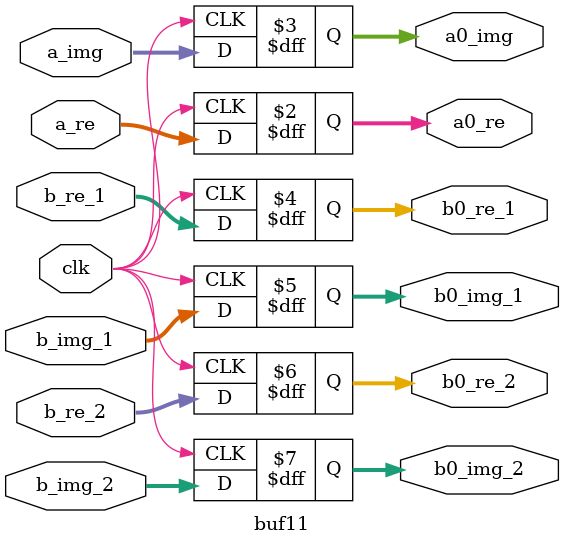
<source format=v>
`timescale 1ns / 1ps
module buf11(
    input [31:0] a_re,
    input [31:0] a_img,
    input [31:0] b_re_1,
    input [31:0] b_img_1,
    input [31:0] b_re_2,
    input [31:0] b_img_2,
    input clk,
    output reg [31:0] a0_re,
    output reg [31:0] a0_img,
    output reg [31:0] b0_re_1,
    output reg [31:0] b0_img_1,
    output reg [31:0] b0_re_2,
    output reg [31:0] b0_img_2
    );

always @(posedge clk) begin
a0_re<=a_re;
a0_img<=a_img;
b0_re_1<=b_re_1;
b0_img_1<=b_img_1;
b0_re_2<=b_re_2;
b0_img_2<=b_img_2;
end
endmodule

</source>
